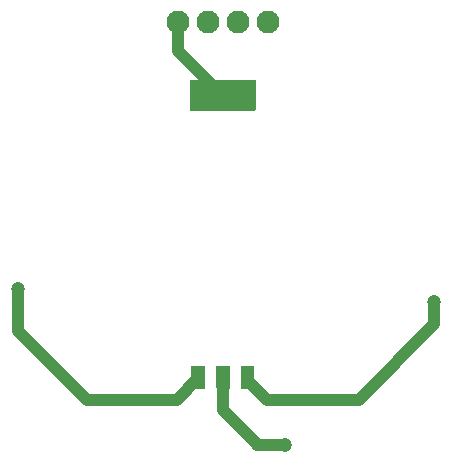
<source format=gbr>
%TF.GenerationSoftware,KiCad,Pcbnew,(7.0.0)*%
%TF.CreationDate,2023-02-25T11:53:05+01:00*%
%TF.ProjectId,rgb-spot-10w,7267622d-7370-46f7-942d-3130772e6b69,rev?*%
%TF.SameCoordinates,Original*%
%TF.FileFunction,Copper,L2,Bot*%
%TF.FilePolarity,Positive*%
%FSLAX46Y46*%
G04 Gerber Fmt 4.6, Leading zero omitted, Abs format (unit mm)*
G04 Created by KiCad (PCBNEW (7.0.0)) date 2023-02-25 11:53:05*
%MOMM*%
%LPD*%
G01*
G04 APERTURE LIST*
G04 Aperture macros list*
%AMFreePoly0*
4,1,45,2.694648,1.384453,2.697980,1.385041,2.700909,1.383349,2.710810,1.381604,2.725977,1.368876,2.743121,1.358979,2.745472,1.352518,2.750739,1.348099,2.754176,1.328604,2.760948,1.309999,2.760948,-1.190001,2.759202,-1.199901,2.759790,-1.203233,2.758098,-1.206162,2.756353,-1.216063,2.743625,-1.231230,2.733728,-1.248374,2.727267,-1.250725,2.722848,-1.255992,2.703353,-1.259429,
2.684748,-1.266201,-2.715251,-1.266201,-2.725151,-1.264455,-2.728483,-1.265043,-2.731412,-1.263351,-2.741313,-1.261606,-2.756480,-1.248878,-2.773624,-1.238981,-2.775975,-1.232520,-2.781242,-1.228101,-2.784679,-1.208606,-2.791451,-1.190001,-2.791451,1.309999,-2.789705,1.319899,-2.790293,1.323231,-2.788601,1.326160,-2.786856,1.336061,-2.774128,1.351228,-2.764231,1.368372,-2.757770,1.370723,
-2.753351,1.375990,-2.733856,1.379427,-2.715251,1.386199,2.684748,1.386199,2.694648,1.384453,2.694648,1.384453,$1*%
%AMFreePoly1*
4,1,45,0.531766,1.034454,0.535098,1.035042,0.538027,1.033350,0.547928,1.031605,0.563095,1.018877,0.580239,1.008980,0.582590,1.002519,0.587857,0.998100,0.591294,0.978605,0.598066,0.960000,0.598066,-0.839999,0.596320,-0.849899,0.596908,-0.853231,0.595216,-0.856160,0.593471,-0.866061,0.580743,-0.881228,0.570846,-0.898372,0.564385,-0.900723,0.559966,-0.905990,0.540471,-0.909427,
0.521866,-0.916199,-0.478135,-0.916199,-0.488035,-0.914453,-0.491367,-0.915041,-0.494296,-0.913349,-0.504197,-0.911604,-0.519364,-0.898876,-0.536508,-0.888979,-0.538859,-0.882518,-0.544126,-0.878099,-0.547563,-0.858604,-0.554335,-0.839999,-0.554335,0.960000,-0.552589,0.969900,-0.553177,0.973232,-0.551485,0.976161,-0.549740,0.986062,-0.537012,1.001229,-0.527115,1.018373,-0.520654,1.020724,
-0.516235,1.025991,-0.496740,1.029428,-0.478135,1.036200,0.521866,1.036200,0.531766,1.034454,0.531766,1.034454,$1*%
%AMFreePoly2*
4,1,45,0.561767,1.184454,0.565099,1.185042,0.568028,1.183350,0.577929,1.181605,0.593096,1.168877,0.610240,1.158980,0.612591,1.152519,0.617858,1.148100,0.621295,1.128605,0.628067,1.110000,0.628067,-0.689999,0.626321,-0.699899,0.626909,-0.703231,0.625217,-0.706160,0.623472,-0.716061,0.610744,-0.731228,0.600847,-0.748372,0.594386,-0.750723,0.589967,-0.755990,0.570472,-0.759427,
0.551867,-0.766199,-0.448134,-0.766199,-0.458034,-0.764453,-0.461366,-0.765041,-0.464295,-0.763349,-0.474196,-0.761604,-0.489363,-0.748876,-0.506507,-0.738979,-0.508858,-0.732518,-0.514125,-0.728099,-0.517562,-0.708604,-0.524334,-0.689999,-0.524334,1.110000,-0.522588,1.119900,-0.523176,1.123232,-0.521484,1.126161,-0.519739,1.136062,-0.507011,1.151229,-0.497114,1.168373,-0.490653,1.170724,
-0.486234,1.175991,-0.466739,1.179428,-0.448134,1.186200,0.551867,1.186200,0.561767,1.184454,0.561767,1.184454,$1*%
G04 Aperture macros list end*
%TA.AperFunction,ComponentPad*%
%ADD10C,1.950000*%
%TD*%
%TA.AperFunction,SMDPad,CuDef*%
%ADD11FreePoly0,0.000000*%
%TD*%
%TA.AperFunction,SMDPad,CuDef*%
%ADD12FreePoly1,0.000000*%
%TD*%
%TA.AperFunction,SMDPad,CuDef*%
%ADD13FreePoly2,0.000000*%
%TD*%
%TA.AperFunction,ViaPad*%
%ADD14C,1.200000*%
%TD*%
%TA.AperFunction,Conductor*%
%ADD15C,1.000000*%
%TD*%
G04 APERTURE END LIST*
D10*
%TO.P,J1,1,Pin_1*%
%TO.N,Net-(J1-Pin_1)*%
X146730000Y-75195000D03*
%TO.P,J1,2,Pin_2*%
%TO.N,Net-(J1-Pin_2)*%
X144190000Y-75185000D03*
%TO.P,J1,3,Pin_3*%
%TO.N,Net-(J1-Pin_3)*%
X141650000Y-75195000D03*
%TO.P,J1,4,Pin_4*%
%TO.N,Net-(D1-A)*%
X139110000Y-75195000D03*
%TD*%
D11*
%TO.P,D1,1,A*%
%TO.N,Net-(D1-A)*%
X142920000Y-81460000D03*
D12*
%TO.P,D1,2,RK*%
%TO.N,Net-(D1-RK)*%
X140850000Y-105310000D03*
D12*
%TO.P,D1,3,GK*%
%TO.N,Net-(D1-GK)*%
X142950000Y-105310000D03*
D13*
%TO.P,D1,4,BK*%
%TO.N,Net-(D1-BK)*%
X145020000Y-105460000D03*
%TD*%
D14*
%TO.N,Net-(D1-RK)*%
X125590000Y-97760000D03*
%TO.N,Net-(D1-GK)*%
X148220000Y-110960000D03*
%TO.N,Net-(D1-BK)*%
X160850000Y-98870000D03*
%TD*%
D15*
%TO.N,Net-(D1-A)*%
X139110000Y-77650000D02*
X142920000Y-81460000D01*
X139110000Y-75195000D02*
X139110000Y-77650000D01*
%TO.N,Net-(D1-RK)*%
X131451235Y-107138398D02*
X125590000Y-101277163D01*
X139021602Y-107138398D02*
X131451235Y-107138398D01*
X125590000Y-101277163D02*
X125590000Y-97760000D01*
X140850000Y-105310000D02*
X139021602Y-107138398D01*
%TO.N,Net-(D1-GK)*%
X142950000Y-105310000D02*
X142950000Y-108040000D01*
X142950000Y-108040000D02*
X145820000Y-110910000D01*
X145820000Y-110910000D02*
X145870000Y-110960000D01*
X145870000Y-110960000D02*
X148220000Y-110960000D01*
%TO.N,Net-(D1-BK)*%
X145020000Y-105460000D02*
X146698398Y-107138398D01*
X146698398Y-107138398D02*
X154463487Y-107138398D01*
X160850000Y-100751885D02*
X160850000Y-100300000D01*
X160850000Y-100300000D02*
X160850000Y-98870000D01*
X154463487Y-107138398D02*
X160850000Y-100751885D01*
%TD*%
M02*

</source>
